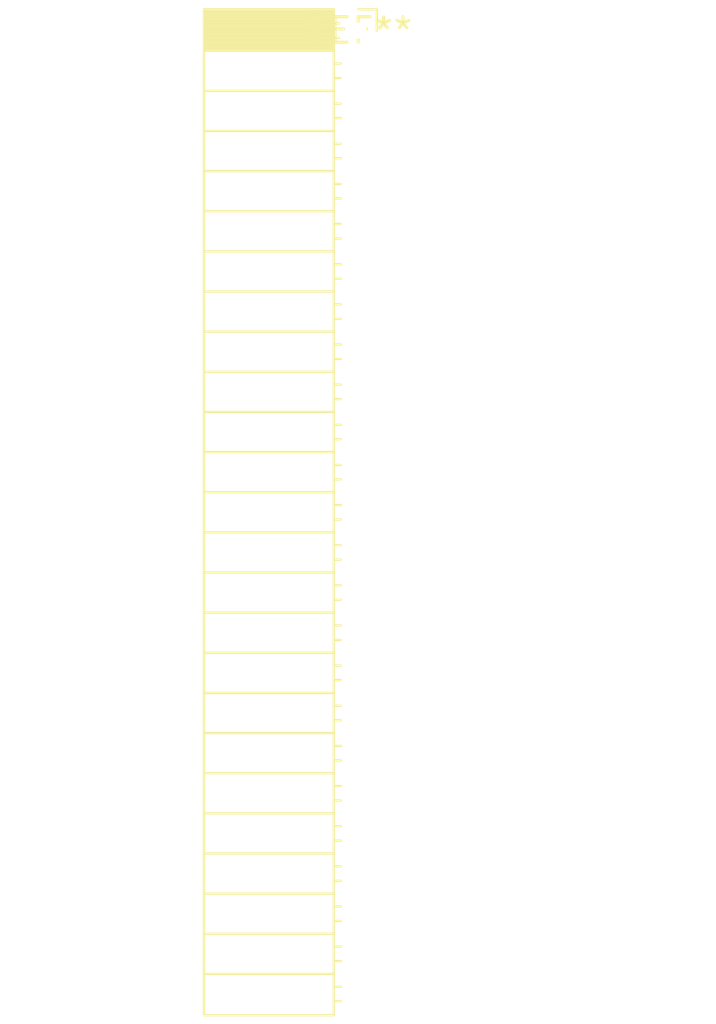
<source format=kicad_pcb>
(kicad_pcb (version 20240108) (generator pcbnew)
  (layers (0 "F.Cu" signal) (31 "B.Cu" signal) (34 "B.Paste" user) (35 "F.Paste" user) (36 "B.SilkS" user "B.Silkscreen") (37 "F.SilkS" user "F.Silkscreen") (38 "B.Mask" user) (39 "F.Mask" user) (44 "Edge.Cuts" user))
  (net 0 "")
  (footprint "PinSocket_1x25_P2.00mm_Horizontal" (layer "F.Cu") (at 0 0)
    (property "Reference" "REF**")
    (property "Value" "PinSocket_1x25_P2.00mm_Horizontal")
    (fp_line (start -7.68 -1.06) (end -7.68 49.06) (layer "F.SilkS") (stroke (width 0.12)))
    (fp_line (start -7.68 -1.06) (end -1.21 -1.06) (layer "F.SilkS") (stroke (width 0.12)))
    (fp_line (start -7.68 -0.94) (end -1.21 -0.94) (layer "F.SilkS") (stroke (width 0.12)))
    (fp_line (start -7.68 -0.825882) (end -1.21 -0.825882) (layer "F.SilkS") (stroke (width 0.12)))
    (fp_line (start -7.68 -0.711764) (end -1.21 -0.711764) (layer "F.SilkS") (stroke (width 0.12)))
    (fp_line (start -7.68 -0.597646) (end -1.21 -0.597646) (layer "F.SilkS") (stroke (width 0.12)))
    (fp_line (start -7.68 -0.483528) (end -1.21 -0.483528) (layer "F.SilkS") (stroke (width 0.12)))
    (fp_line (start -7.68 -0.36941) (end -1.21 -0.36941) (layer "F.SilkS") (stroke (width 0.12)))
    (fp_line (start -7.68 -0.255292) (end -1.21 -0.255292) (layer "F.SilkS") (stroke (width 0.12)))
    (fp_line (start -7.68 -0.141174) (end -1.21 -0.141174) (layer "F.SilkS") (stroke (width 0.12)))
    (fp_line (start -7.68 -0.027056) (end -1.21 -0.027056) (layer "F.SilkS") (stroke (width 0.12)))
    (fp_line (start -7.68 0.087062) (end -1.21 0.087062) (layer "F.SilkS") (stroke (width 0.12)))
    (fp_line (start -7.68 0.20118) (end -1.21 0.20118) (layer "F.SilkS") (stroke (width 0.12)))
    (fp_line (start -7.68 0.315298) (end -1.21 0.315298) (layer "F.SilkS") (stroke (width 0.12)))
    (fp_line (start -7.68 0.429416) (end -1.21 0.429416) (layer "F.SilkS") (stroke (width 0.12)))
    (fp_line (start -7.68 0.543534) (end -1.21 0.543534) (layer "F.SilkS") (stroke (width 0.12)))
    (fp_line (start -7.68 0.657652) (end -1.21 0.657652) (layer "F.SilkS") (stroke (width 0.12)))
    (fp_line (start -7.68 0.77177) (end -1.21 0.77177) (layer "F.SilkS") (stroke (width 0.12)))
    (fp_line (start -7.68 0.885888) (end -1.21 0.885888) (layer "F.SilkS") (stroke (width 0.12)))
    (fp_line (start -7.68 1) (end -1.21 1) (layer "F.SilkS") (stroke (width 0.12)))
    (fp_line (start -7.68 3) (end -1.21 3) (layer "F.SilkS") (stroke (width 0.12)))
    (fp_line (start -7.68 5) (end -1.21 5) (layer "F.SilkS") (stroke (width 0.12)))
    (fp_line (start -7.68 7) (end -1.21 7) (layer "F.SilkS") (stroke (width 0.12)))
    (fp_line (start -7.68 9) (end -1.21 9) (layer "F.SilkS") (stroke (width 0.12)))
    (fp_line (start -7.68 11) (end -1.21 11) (layer "F.SilkS") (stroke (width 0.12)))
    (fp_line (start -7.68 13) (end -1.21 13) (layer "F.SilkS") (stroke (width 0.12)))
    (fp_line (start -7.68 15) (end -1.21 15) (layer "F.SilkS") (stroke (width 0.12)))
    (fp_line (start -7.68 17) (end -1.21 17) (layer "F.SilkS") (stroke (width 0.12)))
    (fp_line (start -7.68 19) (end -1.21 19) (layer "F.SilkS") (stroke (width 0.12)))
    (fp_line (start -7.68 21) (end -1.21 21) (layer "F.SilkS") (stroke (width 0.12)))
    (fp_line (start -7.68 23) (end -1.21 23) (layer "F.SilkS") (stroke (width 0.12)))
    (fp_line (start -7.68 25) (end -1.21 25) (layer "F.SilkS") (stroke (width 0.12)))
    (fp_line (start -7.68 27) (end -1.21 27) (layer "F.SilkS") (stroke (width 0.12)))
    (fp_line (start -7.68 29) (end -1.21 29) (layer "F.SilkS") (stroke (width 0.12)))
    (fp_line (start -7.68 31) (end -1.21 31) (layer "F.SilkS") (stroke (width 0.12)))
    (fp_line (start -7.68 33) (end -1.21 33) (layer "F.SilkS") (stroke (width 0.12)))
    (fp_line (start -7.68 35) (end -1.21 35) (layer "F.SilkS") (stroke (width 0.12)))
    (fp_line (start -7.68 37) (end -1.21 37) (layer "F.SilkS") (stroke (width 0.12)))
    (fp_line (start -7.68 39) (end -1.21 39) (layer "F.SilkS") (stroke (width 0.12)))
    (fp_line (start -7.68 41) (end -1.21 41) (layer "F.SilkS") (stroke (width 0.12)))
    (fp_line (start -7.68 43) (end -1.21 43) (layer "F.SilkS") (stroke (width 0.12)))
    (fp_line (start -7.68 45) (end -1.21 45) (layer "F.SilkS") (stroke (width 0.12)))
    (fp_line (start -7.68 47) (end -1.21 47) (layer "F.SilkS") (stroke (width 0.12)))
    (fp_line (start -7.68 49.06) (end -1.21 49.06) (layer "F.SilkS") (stroke (width 0.12)))
    (fp_line (start -1.21 -1.06) (end -1.21 49.06) (layer "F.SilkS") (stroke (width 0.12)))
    (fp_line (start -1.21 -0.36) (end -0.935 -0.36) (layer "F.SilkS") (stroke (width 0.12)))
    (fp_line (start -1.21 0.36) (end -0.935 0.36) (layer "F.SilkS") (stroke (width 0.12)))
    (fp_line (start -1.21 1.64) (end -0.862917 1.64) (layer "F.SilkS") (stroke (width 0.12)))
    (fp_line (start -1.21 2.36) (end -0.862917 2.36) (layer "F.SilkS") (stroke (width 0.12)))
    (fp_line (start -1.21 3.64) (end -0.862917 3.64) (layer "F.SilkS") (stroke (width 0.12)))
    (fp_line (start -1.21 4.36) (end -0.862917 4.36) (layer "F.SilkS") (stroke (width 0.12)))
    (fp_line (start -1.21 5.64) (end -0.862917 5.64) (layer "F.SilkS") (stroke (width 0.12)))
    (fp_line (start -1.21 6.36) (end -0.862917 6.36) (layer "F.SilkS") (stroke (width 0.12)))
    (fp_line (start -1.21 7.64) (end -0.862917 7.64) (layer "F.SilkS") (stroke (width 0.12)))
    (fp_line (start -1.21 8.36) (end -0.862917 8.36) (layer "F.SilkS") (stroke (width 0.12)))
    (fp_line (start -1.21 9.64) (end -0.862917 9.64) (layer "F.SilkS") (stroke (width 0.12)))
    (fp_line (start -1.21 10.36) (end -0.862917 10.36) (layer "F.SilkS") (stroke (width 0.12)))
    (fp_line (start -1.21 11.64) (end -0.862917 11.64) (layer "F.SilkS") (stroke (width 0.12)))
    (fp_line (start -1.21 12.36) (end -0.862917 12.36) (layer "F.SilkS") (stroke (width 0.12)))
    (fp_line (start -1.21 13.64) (end -0.862917 13.64) (layer "F.SilkS") (stroke (width 0.12)))
    (fp_line (start -1.21 14.36) (end -0.862917 14.36) (layer "F.SilkS") (stroke (width 0.12)))
    (fp_line (start -1.21 15.64) (end -0.862917 15.64) (layer "F.SilkS") (stroke (width 0.12)))
    (fp_line (start -1.21 16.36) (end -0.862917 16.36) (layer "F.SilkS") (stroke (width 0.12)))
    (fp_line (start -1.21 17.64) (end -0.862917 17.64) (layer "F.SilkS") (stroke (width 0.12)))
    (fp_line (start -1.21 18.36) (end -0.862917 18.36) (layer "F.SilkS") (stroke (width 0.12)))
    (fp_line (start -1.21 19.64) (end -0.862917 19.64) (layer "F.SilkS") (stroke (width 0.12)))
    (fp_line (start -1.21 20.36) (end -0.862917 20.36) (layer "F.SilkS") (stroke (width 0.12)))
    (fp_line (start -1.21 21.64) (end -0.862917 21.64) (layer "F.SilkS") (stroke (width 0.12)))
    (fp_line (start -1.21 22.36) (end -0.862917 22.36) (layer "F.SilkS") (stroke (width 0.12)))
    (fp_line (start -1.21 23.64) (end -0.862917 23.64) (layer "F.SilkS") (stroke (width 0.12)))
    (fp_line (start -1.21 24.36) (end -0.862917 24.36) (layer "F.SilkS") (stroke (width 0.12)))
    (fp_line (start -1.21 25.64) (end -0.862917 25.64) (layer "F.SilkS") (stroke (width 0.12)))
    (fp_line (start -1.21 26.36) (end -0.862917 26.36) (layer "F.SilkS") (stroke (width 0.12)))
    (fp_line (start -1.21 27.64) (end -0.862917 27.64) (layer "F.SilkS") (stroke (width 0.12)))
    (fp_line (start -1.21 28.36) (end -0.862917 28.36) (layer "F.SilkS") (stroke (width 0.12)))
    (fp_line (start -1.21 29.64) (end -0.862917 29.64) (layer "F.SilkS") (stroke (width 0.12)))
    (fp_line (start -1.21 30.36) (end -0.862917 30.36) (layer "F.SilkS") (stroke (width 0.12)))
    (fp_line (start -1.21 31.64) (end -0.862917 31.64) (layer "F.SilkS") (stroke (width 0.12)))
    (fp_line (start -1.21 32.36) (end -0.862917 32.36) (layer "F.SilkS") (stroke (width 0.12)))
    (fp_line (start -1.21 33.64) (end -0.862917 33.64) (layer "F.SilkS") (stroke (width 0.12)))
    (fp_line (start -1.21 34.36) (end -0.862917 34.36) (layer "F.SilkS") (stroke (width 0.12)))
    (fp_line (start -1.21 35.64) (end -0.862917 35.64) (layer "F.SilkS") (stroke (width 0.12)))
    (fp_line (start -1.21 36.36) (end -0.862917 36.36) (layer "F.SilkS") (stroke (width 0.12)))
    (fp_line (start -1.21 37.64) (end -0.862917 37.64) (layer "F.SilkS") (stroke (width 0.12)))
    (fp_line (start -1.21 38.36) (end -0.862917 38.36) (layer "F.SilkS") (stroke (width 0.12)))
    (fp_line (start -1.21 39.64) (end -0.862917 39.64) (layer "F.SilkS") (stroke (width 0.12)))
    (fp_line (start -1.21 40.36) (end -0.862917 40.36) (layer "F.SilkS") (stroke (width 0.12)))
    (fp_line (start -1.21 41.64) (end -0.862917 41.64) (layer "F.SilkS") (stroke (width 0.12)))
    (fp_line (start -1.21 42.36) (end -0.862917 42.36) (layer "F.SilkS") (stroke (width 0.12)))
    (fp_line (start -1.21 43.64) (end -0.862917 43.64) (layer "F.SilkS") (stroke (width 0.12)))
    (fp_line (start -1.21 44.36) (end -0.862917 44.36) (layer "F.SilkS") (stroke (width 0.12)))
    (fp_line (start -1.21 45.64) (end -0.862917 45.64) (layer "F.SilkS") (stroke (width 0.12)))
    (fp_line (start -1.21 46.36) (end -0.862917 46.36) (layer "F.SilkS") (stroke (width 0.12)))
    (fp_line (start -1.21 47.64) (end -0.862917 47.64) (layer "F.SilkS") (stroke (width 0.12)))
    (fp_line (start -1.21 48.36) (end -0.862917 48.36) (layer "F.SilkS") (stroke (width 0.12)))
    (fp_line (start 0 -1.06) (end 0.935 -1.06) (layer "F.SilkS") (stroke (width 0.12)))
    (fp_line (start 0.935 -1.06) (end 0.935 0) (layer "F.SilkS") (stroke (width 0.12)))
    (pad "1" thru_hole rect (at 0 0) (size 1.35 1.35) (drill 0.8) (layers *.Cu *.Mask) (remove_unused_layers))
    (pad "2" thru_hole oval (at 0 2) (size 1.35 1.35) (drill 0.8) (layers *.Cu *.Mask) (remove_unused_layers))
    (pad "3" thru_hole oval (at 0 4) (size 1.35 1.35) (drill 0.8) (layers *.Cu *.Mask) (remove_unused_layers))
    (pad "4" thru_hole oval (at 0 6) (size 1.35 1.35) (drill 0.8) (layers *.Cu *.Mask) (remove_unused_layers))
    (pad "5" thru_hole oval (at 0 8) (size 1.35 1.35) (drill 0.8) (layers *.Cu *.Mask) (remove_unused_layers))
    (pad "6" thru_hole oval (at 0 10) (size 1.35 1.35) (drill 0.8) (layers *.Cu *.Mask) (remove_unused_layers))
    (pad "7" thru_hole oval (at 0 12) (size 1.35 1.35) (drill 0.8) (layers *.Cu *.Mask) (remove_unused_layers))
    (pad "8" thru_hole oval (at 0 14) (size 1.35 1.35) (drill 0.8) (layers *.Cu *.Mask) (remove_unused_layers))
    (pad "9" thru_hole oval (at 0 16) (size 1.35 1.35) (drill 0.8) (layers *.Cu *.Mask) (remove_unused_layers))
    (pad "10" thru_hole oval (at 0 18) (size 1.35 1.35) (drill 0.8) (layers *.Cu *.Mask) (remove_unused_layers))
    (pad "11" thru_hole oval (at 0 20) (size 1.35 1.35) (drill 0.8) (layers *.Cu *.Mask) (remove_unused_layers))
    (pad "12" thru_hole oval (at 0 22) (size 1.35 1.35) (drill 0.8) (layers *.Cu *.Mask) (remove_unused_layers))
    (pad "13" thru_hole oval (at 0 24) (size 1.35 1.35) (drill 0.8) (layers *.Cu *.Mask) (remove_unused_layers))
    (pad "14" thru_hole oval (at 0 26) (size 1.35 1.35) (drill 0.8) (layers *.Cu *.Mask) (remove_unused_layers))
    (pad "15" thru_hole oval (at 0 28) (size 1.35 1.35) (drill 0.8) (layers *.Cu *.Mask) (remove_unused_layers))
    (pad "16" thru_hole oval (at 0 30) (size 1.35 1.35) (drill 0.8) (layers *.Cu *.Mask) (remove_unused_layers))
    (pad "17" thru_hole oval (at 0 32) (size 1.35 1.35) (drill 0.8) (layers *.Cu *.Mask) (remove_unused_layers))
    (pad "18" thru_hole oval (at 0 34) (size 1.35 1.35) (drill 0.8) (layers *.Cu *.Mask) (remove_unused_layers))
    (pad "19" thru_hole oval (at 0 36) (size 1.35 1.35) (drill 0.8) (layers *.Cu *.Mask) (remove_unused_layers))
    (pad "20" thru_hole oval (at 0 38) (size 1.35 1.35) (drill 0.8) (layers *.Cu *.Mask) (remove_unused_layers))
    (pad "21" thru_hole oval (at 0 40) (size 1.35 1.35) (drill 0.8) (layers *.Cu *.Mask) (remove_unused_layers))
    (pad "22" thru_hole oval (at 0 42) (size 1.35 1.35) (drill 0.8) (layers *.Cu *.Mask) (remove_unused_layers))
    (pad "23" thru_hole oval (at 0 44) (size 1.35 1.35) (drill 0.8) (layers *.Cu *.Mask) (remove_unused_layers))
    (pad "24" thru_hole oval (at 0 46) (size 1.35 1.35) (drill 0.8) (layers *.Cu *.Mask) (remove_unused_layers))
    (pad "25" thru_hole oval (at 0 48) (size 1.35 1.35) (drill 0.8) (layers *.Cu *.Mask) (remove_unused_layers))
  )
)
</source>
